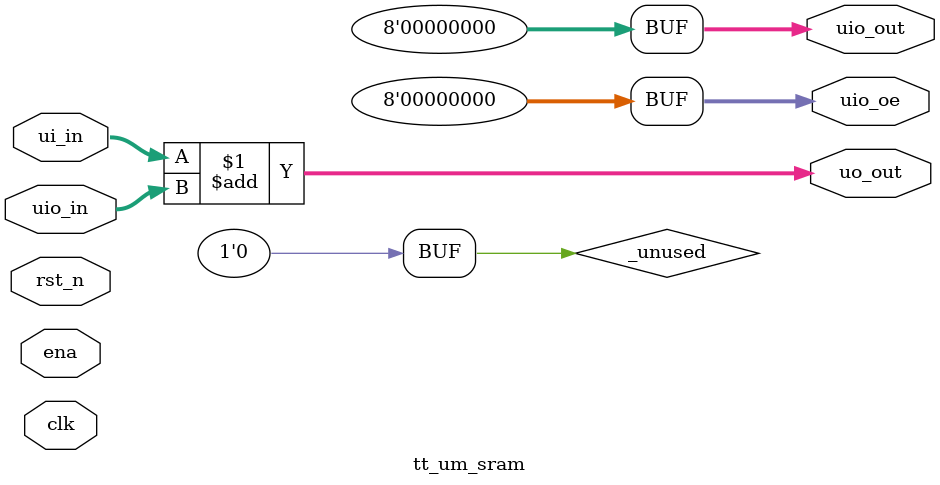
<source format=v>
/*
 * Copyright (c) 2024 Your Name
 * SPDX-License-Identifier: Apache-2.0
 */

`default_nettype none

module tt_um_sram (
    input  wire [7:0] ui_in,    // Dedicated inputs
    output wire [7:0] uo_out,   // Dedicated outputs
    input  wire [7:0] uio_in,   // IOs: Input path
    output wire [7:0] uio_out,  // IOs: Output path
    output wire [7:0] uio_oe,   // IOs: Enable path (active high: 0=input, 1=output)
    input  wire       ena,      // always 1 when the design is powered, so you can ignore it
    input  wire       clk,      // clock
    input  wire       rst_n     // reset_n - low to reset
);

  // All output pins must be assigned. If not used, assign to 0.
  assign uo_out  = ui_in + uio_in;  // Example: ou_out is the sum of ui_in and uio_in
  assign uio_out = 0;
  assign uio_oe  = 0;


// Setup data for RAM Module

  wire [7:0] RAM_A; // Address Lines
  wire [7:0] RAM_D; // Data Lines
  wire [7:0] RAM_O; // Output Lines
  wire CS_n;
  wire WE_n;

  // ... instanciate ram module


  // Setup for the DM7404 Hex Inverting Gates
  wire [7:0] INV_O; // output lines of inverter

  hex_inverter inverter_array( .A(RAM_O), .Y(INV_O) );

  // Setup for Octal Bus Transceiver

  // Note: Not sure about the BUS inputs but for now making var
  wire [7:0] BT_B;
  wire CE;
  wire AtoB;

  bus_transceiver inverter_to_bus ( .OE_n(CE), .DIR(AtoB), .A(INV_O), .B(BT_B));

  // Not complete

  // List all unused inputs to prevent warnings
  wire _unused = &{ena, clk, rst_n, 1'b0};


  

endmodule

</source>
